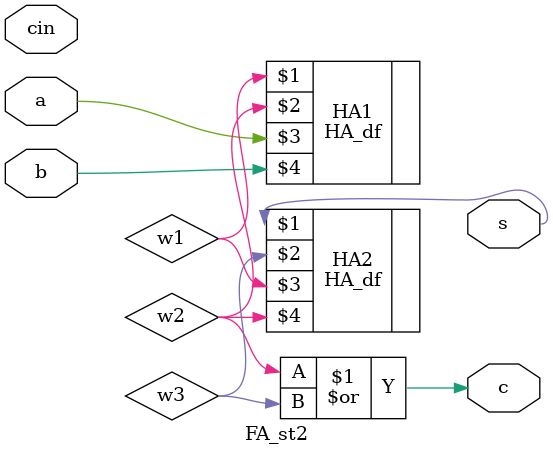
<source format=v>
`timescale 1ns / 1ps
module FA_st2(s,c,a,b,cin);
	input a,b,cin;
	output s,c;
	wire w1,w2,w3;
	HA_df HA1(w1,w2,a,b);
	HA_df HA2(s,w3,w1,w2);
	or or1(c,w2,w3);
endmodule

</source>
